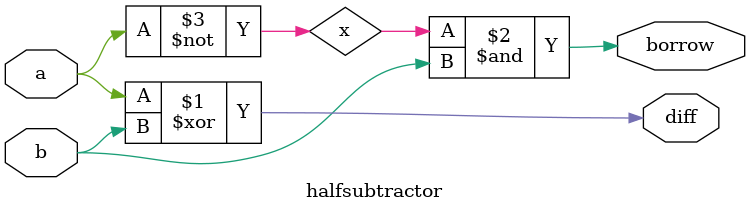
<source format=v>
`timescale 1ns / 1ps


module halfsubtractor(diff,borrow,a,b);
input a,b;
output diff,borrow;
    xor x1(diff,a,b);
    not x2(x,a);
    and x3(borrow,x,b);
endmodule

</source>
